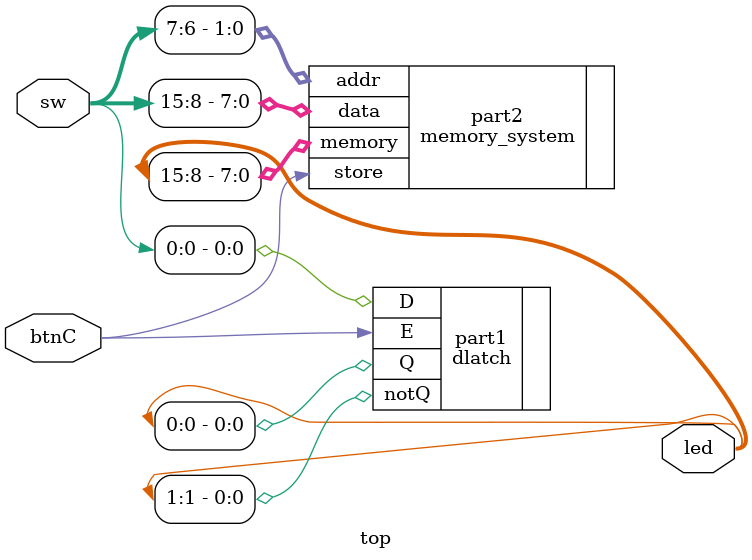
<source format=v>
module top(
    input [15:0] sw,
    input btnC,
    output [15:0] led
);
    dlatch part1(
        .D(sw[0]),
        .Q(led[0]),
        .notQ(led[1]),
        .E(btnC)
    );
    memory_system part2(
        .data(sw[15:8]),
        .addr(sw[7:6]),
        .store(btnC),
        .memory(led[15:8])
    );

endmodule
</source>
